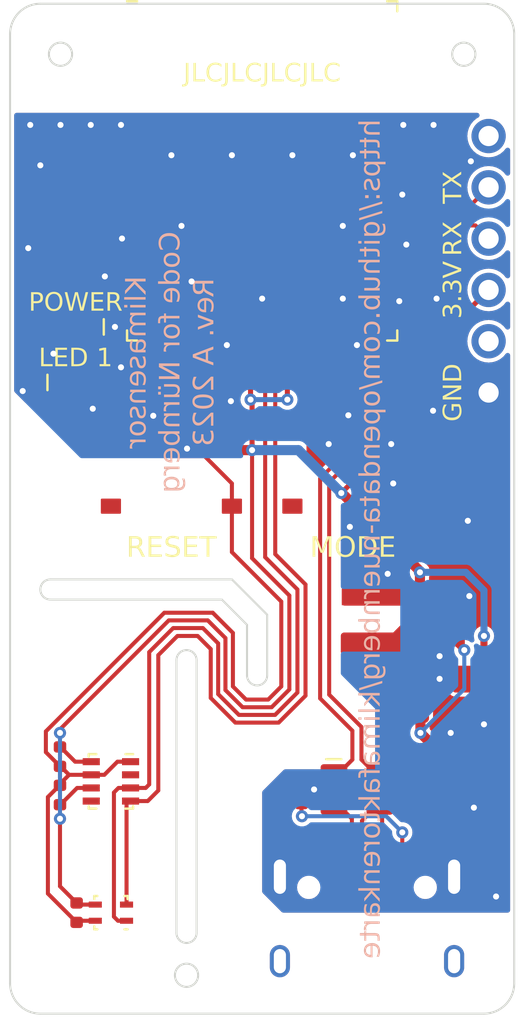
<source format=kicad_pcb>
(kicad_pcb (version 20221018) (generator pcbnew)
  (layers (0 "F.Cu" signal) (31 "B.Cu" signal) (34 "B.Paste" user) (35 "F.Paste" user) (36 "B.SilkS" user "B.Silkscreen") (37 "F.SilkS" user "F.Silkscreen") (38 "B.Mask" user) (39 "F.Mask" user) (44 "Edge.Cuts" user))
  (net 0 "")
  (net 2 "GND")
  (net 5 "/CC1")
  (net 9 "/CC2")
  (net 13 "Net-(D2-A)")
  (net 24 "I^{2}C_SDA")
  (net 25 "I^{2}C_SCL")
  (net 26 "+3.3V")
  (net 27 "USB_D-")
  (net 28 "USB_D+")
  (net 29 "UART1_RX")
  (net 30 "UART1_TX")
  (net 31 "Net-(U2-SW)")
  (net 32 "Net-(U2-FB)")
  (net 33 "/IO2")
  (net 34 "/IO8")
  (net 35 "/IO9")
  (net 36 "Net-(D1-A)")
  (net 37 "/D-")
  (net 38 "/D+")
  (net 39 "LED")
  (net 40 "/EN")
  (net 41 "VBUS")
  (net 42 "IO1")
  (net 43 "IO4")
  (net 44 "IO7")
  (net 48 "Net-(J1-Pin_3)")
  (footprint "Franz-Lib:C_0603_1608Metric_NoSilk" (layer "F.Cu") (at 154.6 124.13)
    (fp_text reference "C2" hide)
    (fp_text value "4.7µF" hide)
  )
  (footprint "Franz-Lib:R_0402_1005Metric_NoSilk" (layer "F.Cu") (at 157 121.5725 -90)
    (fp_text reference "R1" hide)
    (fp_text value "453kΩ" hide)
  )
  (footprint "Franz-Lib:C_0402_1005Metric_NoSilk" (layer "F.Cu") (at 138.3 97.15 90)
    (fp_text reference "C4" hide)
    (fp_text value "100nF" hide)
  )
  (footprint "Franz-Lib:LED_0603_1608Metric_SmallSilk" (layer "F.Cu") (at 136.75 105 180)
    (fp_text reference "D1" hide)
    (fp_text value "Red" hide)
  )
  (footprint "Franz-Lib:R_0402_1005Metric_NoSilk" (layer "F.Cu") (at 147 128.1 90)
    (fp_text reference "R4" hide)
    (fp_text value "5.1kΩ" hide)
  )
  (footprint "Franz-Lib:R_0402_1005Metric_NoSilk" (layer "F.Cu") (at 136.4 101.1 -90)
    (fp_text reference "R12" hide)
    (fp_text value "1kΩ" hide)
  )
  (footprint "Franz-Lib:LED_0603_1608Metric_SmallSilk" (layer "F.Cu") (at 136.75 107.75)
    (fp_text reference "D2" hide)
    (fp_text value "Emerald" hide)
  )
  (footprint "Franz-Lib:C_0402_1005Metric_NoSilk" (layer "F.Cu") (at 138.3 101.1 90)
    (fp_text reference "C6" hide)
    (fp_text value "100nF" hide)
  )
  (footprint "Franz-Lib:R_0402_1005Metric_NoSilk" (layer "F.Cu") (at 148.4 107.3 90)
    (fp_text reference "R6" hide)
    (fp_text value "10kΩ" hide)
  )
  (footprint "Franz-Lib:C_0402_1005Metric_NoSilk" (layer "F.Cu") (at 135.975 126.275 -90)
    (fp_text reference "C7" hide)
    (fp_text value "100nF" hide)
  )
  (footprint "Franz-Lib:SOT-23-6_NoSilk" (layer "F.Cu") (at 150.7 127.9)
    (fp_text reference "U3" hide)
    (fp_text value "SRV05-4" hide)
  )
  (footprint "Franz-Lib:R_0402_1005Metric_NoSilk" (layer "F.Cu") (at 137.8 99.175)
    (fp_text reference "R5" hide)
    (fp_text value "10kΩ" hide)
  )
  (footprint "Franz-Lib:DPS310" (layer "F.Cu") (at 138.5 127.5 180)
    (fp_text reference "DPS1" hide)
    (fp_text value "DPS310" hide)
  )
  (footprint "Franz-Lib:C_0603_1608Metric_NoSilk" (layer "F.Cu") (at 154.6 118.33)
    (fp_text reference "C1" hide)
    (fp_text value "10µF" hide)
  )
  (footprint "Franz-Lib:R_0402_1005Metric_NoSilk" (layer "F.Cu") (at 154.15 107.3 -90)
    (fp_text reference "R11" hide)
    (fp_text value "0Ω" hide)
  )
  (footprint "Franz-Lib:ESP32-PICO-MINI-02-N8R2" (layer "F.Cu") (at 146 99.975)
    (fp_text reference "U1" hide)
    (fp_text value "ESP32-C3-MINI-1-N4" hide)
  )
  (footprint "Franz-Lib:R_0402_1005Metric_NoSilk" (layer "F.Cu") (at 147.25 107.3 90)
    (fp_text reference "R9" hide)
    (fp_text value "4.7kΩ" hide)
  )
  (footprint "Franz-Lib:C_0402_1005Metric_NoSilk" (layer "F.Cu") (at 135.975 128.175 90)
    (fp_text reference "C8" hide)
    (fp_text value "100nF" hide)
  )
  (footprint "Franz-Lib:TestPoint_Pad_D1.0mm_NoSIlk" (layer "F.Cu") (at 143.95 107.3 90)
    (fp_text reference "TP3" hide)
    (fp_text value "IO4" hide)
  )
  (footprint "Franz-Lib:TestPoint_Pad_D1.0mm_NoSIlk" (layer "F.Cu") (at 142 107.3)
    (fp_text reference "TP2" hide)
    (fp_text value "IO1" hide)
  )
  (footprint "Franz-Lib:TS-1187A-B-A-B" (layer "F.Cu") (at 141.5 112 180)
    (fp_text reference "SW1" hide)
    (fp_text value "Reset" hide)
  )
  (footprint "Franz-Lib:R_0402_1005Metric_NoSilk" (layer "F.Cu") (at 137.35 101.1 -90)
    (fp_text reference "R7" hide)
    (fp_text value "10kΩ" hide)
  )
  (footprint "Franz-Lib:R_0402_1005Metric_NoSilk" (layer "F.Cu") (at 145.45 107.3 90)
    (fp_text reference "R8" hide)
    (fp_text value "4.7kΩ" hide)
  )
  (footprint "Franz-Lib:R_0402_1005Metric_NoSilk" (layer "F.Cu") (at 155.4 111.11 -90)
    (fp_text reference "R15" hide)
    (fp_text value "0Ω" hide)
  )
  (footprint "Franz-Lib:C_0603_1608Metric_NoSilk" (layer "F.Cu") (at 155.35 128 -90)
    (fp_text reference "C10" hide)
    (fp_text value "4.7µF" hide)
  )
  (footprint "Franz-Lib:USB_C_Receptacle_C313131_TYPE-C-31-M-12" (layer "F.Cu") (at 151.2 135.35)
    (fp_text reference "J2" hide)
    (fp_text value "USB_C_Receptacle_USB2.0_C393939" hide)
  )
  (footprint "Franz-Lib:C_0402_1005Metric_NoSilk" (layer "F.Cu") (at 136.8 134 -90)
    (fp_text reference "C3" hide)
    (fp_text value "100nF" hide)
  )
  (footprint "Franz-Lib:C_0603_1608Metric_NoSilk" (layer "F.Cu") (at 137.1 97.15 90)
    (fp_text reference "C5" hide)
    (fp_text value "10µF" hide)
  )
  (footprint "Franz-Lib:R_0402_1005Metric_NoSilk" (layer "F.Cu") (at 149.35 107.3 90)
    (fp_text reference "R14" hide)
    (fp_text value "10kΩ" hide)
  )
  (footprint "Franz-Lib:R_0402_1005Metric_NoSilk" (layer "F.Cu") (at 140.3 107.3 -90)
    (fp_text reference "R13" hide)
    (fp_text value "1kΩ" hide)
  )
  (footprint "Franz-Lib:R_0402_1005Metric_NoSilk" (layer "F.Cu") (at 157 123.4625 -90)
    (fp_text reference "R2" hide)
    (fp_text value "100kΩ" hide)
  )
  (footprint "Franz-Lib:R_0402_1005Metric_NoSilk" (layer "F.Cu") (at 153.15 107.3 -90)
    (fp_text reference "R10" hide)
    (fp_text value "0Ω" hide)
  )
  (footprint "Franz-Lib:R_0402_1005Metric_NoSilk" (layer "F.Cu") (at 147.95 128.1 90)
    (fp_text reference "R3" hide)
    (fp_text value "5.1kΩ" hide)
  )
  (footprint "Franz-Lib:L_FNR3015S" (layer "F.Cu") (at 151.3 119.53 90)
    (fp_text reference "L1" hide)
    (fp_text value "2.2µH" hide)
  )
  (footprint "Franz-Lib:PinHeader_1x06_P2.54mm_NoSilk_No3D" (layer "F.Cu") (at 157.23 108.25 180)
    (fp_text reference "J1" hide)
    (fp_text value "UART0" hide)
  )
  (footprint "Franz-Lib:SOT-23-5_NoSilk" (layer "F.Cu") (at 154.8 121.3 -90)
    (fp_text reference "U2" hide)
    (fp_text value "TLV62568DBV" hide)
  )
  (footprint "Franz-Lib:Sensirion_SHT4x" (layer "F.Cu") (at 138.5 134 180)
    (fp_text reference "SHT4x_1" hide)
    (fp_text value "SHT4x" hide)
  )
  (footprint "Franz-Lib:C_0402_1005Metric_NoSilk" (layer "F.Cu") (at 154.1 128.35 -90)
    (fp_text reference "C11" hide)
    (fp_text value "100nF" hide)
  )
  (footprint "Franz-Lib:C_0402_1005Metric_NoSilk" (layer "F.Cu") (at 150.6 107.3 -90)
    (fp_text reference "C9" hide)
    (fp_text value "100nF" hide)
  )
  (footprint "Franz-Lib:TS-1187A-B-A-B" (layer "F.Cu") (at 150.5 112 180)
    (fp_text reference "SW2" hide)
    (fp_text value "Mode" hide)
  )
  (gr_circle (center 142.25 137.1) (end 142.826 137.1) (stroke (width 0.1)) (fill none) (layer "Edge.Cuts"))
  (gr_arc (start 158.5 137.5) (mid 158.06066 138.56066) (end 157 139) (stroke (width 0.1)) (layer "Edge.Cuts"))
  (gr_line (start 145.25 119.75) (end 144 118.5) (stroke (width 0.1)) (layer "Edge.Cuts"))
  (gr_line (start 158.5 137.5) (end 158.5 90.5) (stroke (width 0.1)) (layer "Edge.Cuts"))
  (gr_arc (start 133.5 90.5) (mid 133.93934 89.43934) (end 135 89) (stroke (width 0.1)) (layer "Edge.Cuts"))
  (gr_arc (start 142.75 135) (mid 142.25 135.5) (end 141.75 135) (stroke (width 0.1)) (layer "Edge.Cuts"))
  (gr_arc (start 135 139) (mid 133.93934 138.56066) (end 133.5 137.5) (stroke (width 0.1)) (layer "Edge.Cuts"))
  (gr_arc (start 135.5 118.5) (mid 135 118) (end 135.5 117.5) (stroke (width 0.1)) (layer "Edge.Cuts"))
  (gr_circle (center 136 91.5) (end 136.576 91.5) (stroke (width 0.1)) (fill none) (layer "Edge.Cuts"))
  (gr_line (start 142.75 121.5) (end 142.75 135) (stroke (width 0.1)) (layer "Edge.Cuts"))
  (gr_line (start 133.5 90.5) (end 133.5 137.5) (stroke (width 0.1)) (layer "Edge.Cuts"))
  (gr_line (start 144 118.5) (end 135.5 118.5) (stroke (width 0.1)) (layer "Edge.Cuts"))
  (gr_arc (start 141.75 121.5) (mid 142.25 121) (end 142.75 121.5) (stroke (width 0.1)) (layer "Edge.Cuts"))
  (gr_arc (start 146.25 122.25) (mid 145.75 122.75) (end 145.25 122.25) (stroke (width 0.1)) (layer "Edge.Cuts"))
  (gr_circle (center 156 91.5) (end 156.576 91.5) (stroke (width 0.1)) (fill none) (layer "Edge.Cuts"))
  (gr_line (start 144.5 117.5) (end 146.25 119.25) (stroke (width 0.1)) (layer "Edge.Cuts"))
  (gr_line (start 146.25 119.25) (end 146.25 122.25) (stroke (width 0.1)) (layer "Edge.Cuts"))
  (gr_line (start 135 139) (end 157 139) (stroke (width 0.1)) (layer "Edge.Cuts"))
  (gr_line (start 141.75 121.5) (end 141.75 135) (stroke (width 0.1)) (layer "Edge.Cuts"))
  (gr_arc (start 157 89) (mid 158.06066 89.43934) (end 158.5 90.5) (stroke (width 0.1)) (layer "Edge.Cuts"))
  (gr_line (start 144.5 117.5) (end 135.5 117.5) (stroke (width 0.1)) (layer "Edge.Cuts"))
  (gr_line (start 157 89) (end 135 89) (stroke (width 0.1)) (layer "Edge.Cuts"))
  (gr_line (start 145.25 122.25) (end 145.25 119.75) (stroke (width 0.1)) (layer "Edge.Cuts"))
  (gr_text "https://github.com/opendata-nuernberg/klimafaktorenkarte" (at 152 115.5 90) (layer "B.SilkS") (effects (font (size 1 1)) (justify bottom mirror)))
  (gr_text "Klimasensor\nCode for Nürnberg\nRev. A 2023" (at 143.75 106.75 90) (layer "B.SilkS") (effects (font (size 1 1)) (justify bottom mirror)))
  (gr_text "TX" (at 156.025 98.09 90) (layer "F.SilkS") (effects (font (size 0.9 0.9)) (justify bottom)))
  (gr_text "RX" (at 156.025 100.63 90) (layer "F.SilkS") (effects (font (size 0.9 0.9)) (justify bottom)))
  (gr_text "RESET" (at 141.5 116.55) (layer "F.SilkS") (effects (font (size 1 1)) (justify bottom)))
  (gr_text "LED 1" (at 136.75 107.1) (layer "F.SilkS") (effects (font (size 0.9 0.9)) (justify bottom)))
  (gr_text "GND" (at 156.025 108.25 90) (layer "F.SilkS") (effects (font (size 0.9 0.9)) (justify bottom)))
  (gr_text "POWER" (at 136.75 104.35) (layer "F.SilkS") (effects (font (size 0.9 0.9)) (justify bottom)))
  (gr_text "3.3V" (at 156.025 103.17 90) (layer "F.SilkS") (effects (font (size 0.9 0.9)) (justify bottom)))
  (gr_text "MODE" (at 150.5 116.55) (layer "F.SilkS") (effects (font (size 1 1)) (justify bottom)))
  (gr_text "JLCJLCJLCJLC" (at 146 93) (layer "F.SilkS") (effects (font (size 0.9 0.9)) (justify bottom)))
  (segment (start 138.175 127.175) (end 137.525 127.175) (width 0.2) (layer "F.Cu") (net 2))
  (segment (start 144.55 120.15) (end 144.55 122.8) (width 0.2) (layer "F.Cu") (net 2))
  (segment (start 137.525 127.175) (end 136.425 127.175) (width 0.2) (layer "F.Cu") (net 2))
  (segment (start 136.425 127.175) (end 136.005 126.755) (width 0.2) (layer "F.Cu") (net 2))
  (segment (start 146.95 122.8) (end 146.95 118.6) (width 0.2) (layer "F.Cu") (net 2))
  (segment (start 135.975 126.755) (end 135.275 126.055) (width 0.2) (layer "F.Cu") (net 2))
  (segment (start 138.825 126.525) (end 138.175 127.175) (width 0.2) (layer "F.Cu") (net 2))
  (segment (start 146.3 123.45) (end 146.95 122.8) (width 0.2) (layer "F.Cu") (net 2))
  (segment (start 135.975 127.625) (end 136.425 127.175) (width 0.2) (layer "F.Cu") (net 2))
  (segment (start 135.275 125.025) (end 141.15 119.15) (width 0.2) (layer "F.Cu") (net 2))
  (segment (start 144.55 122.8) (end 145.2 123.45) (width 0.2) (layer "F.Cu") (net 2))
  (segment (start 136.88 134.4) (end 136.8 134.48) (width 0.2) (layer "F.Cu") (net 2))
  (segment (start 136.005 126.755) (end 135.975 126.755) (width 0.2) (layer "F.Cu") (net 2))
  (segment (start 135.975 127.695) (end 135.975 127.625) (width 0.2) (layer "F.Cu") (net 2))
  (segment (start 135.975 126.755) (end 135.975 127.695) (width 0.2) (layer "F.Cu") (net 2))
  (segment (start 144.5 116.15) (end 144.5 113.875) (width 0.2) (layer "F.Cu") (net 2))
  (segment (start 146.95 118.6) (end 144.5 116.15) (width 0.2) (layer "F.Cu") (net 2))
  (segment (start 142.775 111.025) (end 142.275 111.025) (width 0.2) (layer "F.Cu") (net 2))
  (segment (start 143.55 119.15) (end 144.55 120.15) (width 0.2) (layer "F.Cu") (net 2))
  (segment (start 137.725 134.4) (end 136.88 134.4) (width 0.2) (layer "F.Cu") (net 2))
  (segment (start 141.15 119.15) (end 143.55 119.15) (width 0.2) (layer "F.Cu") (net 2))
  (segment (start 135.955 127.695) (end 135.975 127.695) (width 0.2) (layer "F.Cu") (net 2))
  (segment (start 144.5 113.875) (end 144.5 112.75) (width 0.2) (layer "F.Cu") (net 2))
  (segment (start 135.975 127.695) (end 135.905 127.695) (width 0.2) (layer "F.Cu") (net 2))
  (segment (start 136.8 134.48) (end 135.375 133.055) (width 0.2) (layer "F.Cu") (net 2))
  (segment (start 145.2 123.45) (end 146.3 123.45) (width 0.2) (layer "F.Cu") (net 2))
  (segment (start 135.375 128.275) (end 135.955 127.695) (width 0.2) (layer "F.Cu") (net 2))
  (segment (start 135.375 133.055) (end 135.375 128.275) (width 0.2) (layer "F.Cu") (net 2))
  (segment (start 135.275 126.055) (end 135.275 125.025) (width 0.2) (layer "F.Cu") (net 2))
  (segment (start 144.5 112.75) (end 142.775 111.025) (width 0.2) (layer "F.Cu") (net 2))
  (segment (start 139.475 126.525) (end 138.825 126.525) (width 0.2) (layer "F.Cu") (net 2))
  (via (at 142.5 102.75) (size 0.6) (drill 0.3) (layers "F.Cu" "B.Cu") (net 2))
  (via (at 157.6 133.2) (size 0.6) (drill 0.3) (layers "F.Cu" "B.Cu") (net 2))
  (via (at 156.5 128.8) (size 0.6) (drill 0.3) (layers "F.Cu" "B.Cu") (net 2))
  (via (at 152.225 117.225) (size 0.6) (drill 0.3) (layers "F.Cu" "B.Cu") (net 2))
  (via (at 139 95) (size 0.6) (drill 0.3) (layers "F.Cu" "B.Cu") (net 2))
  (via (at 152.4 110.8) (size 0.6) (drill 0.3) (layers "F.Cu" "B.Cu") (net 2))
  (via (at 144.45 108.675) (size 0.6) (drill 0.3) (layers "F.Cu" "B.Cu") (net 2))
  (via (at 152.95 98.45) (size 0.6) (drill 0.3) (layers "F.Cu" "B.Cu") (net 2))
  (via (at 154.5 95) (size 0.6) (drill 0.3) (layers "F.Cu" "B.Cu") (net 2))
  (via (at 156.275 118.325) (size 0.6) (drill 0.3) (layers "F.Cu" "B.Cu") (net 2))
  (via (at 153 95) (size 0.6) (drill 0.3) (layers "F.Cu" "B.Cu") (net 2))
  (via (at 150.7 105.9) (size 0.6) (drill 0.3) (layers "F.Cu" "B.Cu") (net 2))
  (via (at 140.6 109.4) (size 0.6) (drill 0.3) (layers "F.Cu" "B.Cu") (net 2))
  (via (at 144.5 96.5) (size 0.6) (drill 0.3) (layers "F.Cu" "B.Cu") (net 2))
  (via (at 148.575 127.9) (size 0.6) (drill 0.3) (layers "F.Cu" "B.Cu") (net 2))
  (via (at 138.2 102.5) (size 0.6) (drill 0.3) (layers "F.Cu" "B.Cu") (net 2))
  (via (at 142.275 111.025) (size 0.6) (drill 0.3) (layers "F.Cu" "B.Cu") (net 2))
  (via (at 150.5 96.5) (size 0.6) (drill 0.3) (layers "F.Cu" "B.Cu") (net 2))
  (via (at 155.35 125.1) (size 0.6) (drill 0.3) (layers "F.Cu" "B.Cu") (net 2))
  (via (at 141.5 96.5) (size 0.6) (drill 0.3) (layers "F.Cu" "B.Cu") (net 2))
  (via (at 154.475 109.15) (size 0.6) (drill 0.3) (layers "F.Cu" "B.Cu") (net 2))
  (via (at 150.35 114.9) (size 0.6) (drill 0.3) (layers "F.Cu" "B.Cu") (net 2))
  (via (at 134.125 108.175) (size 0.6) (drill 0.3) (layers "F.Cu" "B.Cu") (net 2))
  (via (at 135 97) (size 0.6) (drill 0.3) (layers "F.Cu" "B.Cu") (net 2))
  (via (at 154.65 103.6) (size 0.6) (drill 0.3) (layers "F.Cu" "B.Cu") (net 2))
  (via (at 134.4 101.1) (size 0.6) (drill 0.3) (layers "F.Cu" "B.Cu") (net 2))
  (via (at 134.5 95) (size 0.6) (drill 0.3) (layers "F.Cu" "B.Cu") (net 2))
  (via (at 135.65 106.325) (size 0.6) (drill 0.3) (layers "F.Cu" "B.Cu") (net 2))
  (via (at 139.05 100.625) (size 0.6) (drill 0.3) (layers "F.Cu" "B.Cu") (net 2))
  (via (at 154.8 122.425) (size 0.6) (drill 0.3) (layers "F.Cu" "B.Cu") (net 2))
  (via (at 142 100) (size 0.6) (drill 0.3) (layers "F.Cu" "B.Cu") (net 2))
  (via (at 150 100) (size 0.6) (drill 0.3) (layers "F.Cu" "B.Cu") (net 2))
  (via (at 147.5 96.5) (size 0.6) (drill 0.3) (layers "F.Cu" "B.Cu") (net 2))
  (via (at 136 95) (size 0.6) (drill 0.3) (layers "F.Cu" "B.Cu") (net 2))
  (via (at 154.8 121.3) (size 0.6) (drill 0.3) (layers "F.Cu" "B.Cu") (net 2))
  (via (at 157 124.675) (size 0.6) (drill 0.3) (layers "F.Cu" "B.Cu") (net 2))
  (via (at 152.5 112.75) (size 0.6) (drill 0.3) (layers "F.Cu" "B.Cu") (net 2))
  (via (at 156.35 96.8) (size 0.6) (drill 0.3) (layers "F.Cu" "B.Cu") (net 2))
  (via (at 144.25 105.9) (size 0.6) (drill 0.3) (layers "F.Cu" "B.Cu") (net 2))
  (via (at 149.3 110.8) (size 0.6) (drill 0.3) (layers "F.Cu" "B.Cu") (net 2))
  (via (at 137.6 109.05) (size 0.6) (drill 0.3) (layers "F.Cu" "B.Cu") (net 2))
  (via (at 153.15 100.925) (size 0.6) (drill 0.3) (layers "F.Cu" "B.Cu") (net 2))
  (via (at 139 107) (size 0.6) (drill 0.3) (layers "F.Cu" "B.Cu") (net 2))
  (via (at 150.275 109.375) (size 0.6) (drill 0.3) (layers "F.Cu" "B.Cu") (net 2))
  (via (at 150 103.6) (size 0.6) (drill 0.3) (layers "F.Cu" "B.Cu") (net 2))
  (via (at 138.7 105) (size 0.6) (drill 0.3) (layers "F.Cu" "B.Cu") (net 2))
  (via (at 152.8 103.725) (size 0.6) (drill 0.3) (layers "F.Cu" "B.Cu") (net 2))
  (via (at 146 103.6) (size 0.6) (drill 0.3) (layers "F.Cu" "B.Cu") (net 2))
  (via (at 137.5 95) (size 0.6) (drill 0.3) (layers "F.Cu" "B.Cu") (net 2))
  (via (at 156.2 114.6) (size 0.6) (drill 0.3) (layers "F.Cu" "B.Cu") (net 2))
  (segment (start 149.47 129.85) (end 147.75 129.85) (width 0.2) (layer "F.Cu") (net 5))
  (segment (start 149.95 130.33) (end 149.47 129.85) (width 0.2) (layer "F.Cu") (net 5))
  (segment (start 147.75 129.85) (end 147 129.1) (width 0.2) (layer "F.Cu") (net 5))
  (segment (start 149.95 131.305) (end 149.95 130.33) (width 0.2) (layer "F.Cu") (net 5))
  (segment (start 147 129.1) (end 147 128.61) (width 0.2) (layer "F.Cu") (net 5))
  (segment (start 147.95 129.202178) (end 147.974161 129.226339) (width 0.2) (layer "F.Cu") (net 9))
  (segment (start 147.95 128.61) (end 147.95 129.202178) (width 0.2) (layer "F.Cu") (net 9))
  (segment (start 152.95 130.025) (end 152.95 131.305) (width 0.2) (layer "F.Cu") (net 9))
  (via (at 147.974161 129.226339) (size 0.6) (drill 0.3) (layers "F.Cu" "B.Cu") (net 9))
  (via (at 152.95 130.025) (size 0.6) (drill 0.3) (layers "F.Cu" "B.Cu") (net 9))
  (segment (start 152.151339 129.226339) (end 152.95 130.025) (width 0.2) (layer "B.Cu") (net 9))
  (segment (start 147.974161 129.226339) (end 152.151339 129.226339) (width 0.2) (layer "B.Cu") (net 9))
  (segment (start 137.5375 107.75) (end 140.24 107.75) (width 0.2) (layer "F.Cu") (net 13))
  (segment (start 140.24 107.75) (end 140.3 107.81) (width 0.2) (layer "F.Cu") (net 13))
  (segment (start 138.65 134.2) (end 138.85 134.4) (width 0.2) (layer "F.Cu") (net 24))
  (segment (start 145.45 106.79) (end 146.8 105.44) (width 0.2) (layer "F.Cu") (net 24))
  (segment (start 143.82 120.67) (end 143.06 119.91) (width 0.2) (layer "F.Cu") (net 24))
  (segment (start 141.59 119.91) (end 140.4 121.1) (width 0.2) (layer "F.Cu") (net 24))
  (segment (start 144.85 124.21) (end 143.82 123.18) (width 0.2) (layer "F.Cu") (net 24))
  (segment (start 146.15 116.4) (end 147.75 118) (width 0.2) (layer "F.Cu") (net 24))
  (segment (start 147.75 118) (end 147.75 123.1) (width 0.2) (layer "F.Cu") (net 24))
  (segment (start 146.8 105.44) (end 146.8 104.875) (width 0.2) (layer "F.Cu") (net 24))
  (segment (start 143.06 119.91) (end 141.59 119.91) (width 0.2) (layer "F.Cu") (net 24))
  (segment (start 140.4 127.65) (end 140.225 127.825) (width 0.2) (layer "F.Cu") (net 24))
  (segment (start 146.64 124.21) (end 144.85 124.21) (width 0.2) (layer "F.Cu") (net 24))
  (segment (start 140.4 121.1) (end 140.4 127.65) (width 0.2) (layer "F.Cu") (net 24))
  (segment (start 143.82 123.18) (end 143.82 120.67) (width 0.2) (layer "F.Cu") (net 24))
  (segment (start 138.85 134.4) (end 139.275 134.4) (width 0.2) (layer "F.Cu") (net 24))
  (segment (start 138.65 128.05) (end 138.65 134.2) (width 0.2) (layer "F.Cu") (net 24))
  (segment (start 146.15 107.425) (end 146.15 116.4) (width 0.2) (layer "F.Cu") (net 24))
  (segment (start 139.475 127.825) (end 138.875 127.825) (width 0.2) (layer "F.Cu") (net 24))
  (segment (start 138.875 127.825) (end 138.65 128.05) (width 0.2) (layer "F.Cu") (net 24))
  (segment (start 140.225 127.825) (end 139.475 127.825) (width 0.2) (layer "F.Cu") (net 24))
  (segment (start 145.515 106.79) (end 146.15 107.425) (width 0.2) (layer "F.Cu") (net 24))
  (segment (start 147.75 123.1) (end 146.64 124.21) (width 0.2) (layer "F.Cu") (net 24))
  (segment (start 145.45 106.79) (end 145.515 106.79) (width 0.2) (layer "F.Cu") (net 24))
  (segment (start 140.85 127.95) (end 140.85 121.25) (width 0.2) (layer "F.Cu") (net 25))
  (segment (start 141.8 120.3) (end 142.8 120.3) (width 0.2) (layer "F.Cu") (net 25))
  (segment (start 147.6 106.44) (end 147.25 106.79) (width 0.2) (layer "F.Cu") (net 25))
  (segment (start 146.65 116.25) (end 146.65 107.39) (width 0.2) (layer "F.Cu") (net 25))
  (segment (start 140.85 121.25) (end 141.8 120.3) (width 0.2) (layer "F.Cu") (net 25))
  (segment (start 146.82 124.59) (end 148.15 123.26) (width 0.2) (layer "F.Cu") (net 25))
  (segment (start 146.65 107.39) (end 147.25 106.79) (width 0.2) (layer "F.Cu") (net 25))
  (segment (start 147.6 104.875) (end 147.6 106.44) (width 0.2) (layer "F.Cu") (net 25))
  (segment (start 140.325 128.475) (end 140.85 127.95) (width 0.2) (layer "F.Cu") (net 25))
  (segment (start 139.275 133.6) (end 139.275 128.575) (width 0.2) (layer "F.Cu") (net 25))
  (segment (start 143.45 120.95) (end 143.45 123.37) (width 0.2) (layer "F.Cu") (net 25))
  (segment (start 148.15 123.26) (end 148.15 117.75) (width 0.2) (layer "F.Cu") (net 25))
  (segment (start 144.67 124.59) (end 146.82 124.59) (width 0.2) (layer "F.Cu") (net 25))
  (segment (start 139.475 128.475) (end 140.325 128.475) (width 0.2) (layer "F.Cu") (net 25))
  (segment (start 143.45 123.37) (end 144.67 124.59) (width 0.2) (layer "F.Cu") (net 25))
  (segment (start 148.15 117.75) (end 146.65 116.25) (width 0.2) (layer "F.Cu") (net 25))
  (segment (start 142.8 120.3) (end 143.45 120.95) (width 0.2) (layer "F.Cu") (net 25))
  (segment (start 139.275 128.575) (end 139.35 128.5) (width 0.2) (layer "F.Cu") (net 25))
  (segment (start 134.9 104.3) (end 135.525 103.675) (width 0.5) (layer "F.Cu") (net 26))
  (segment (start 135.995 125.795) (end 135.975 125.795) (width 0.2) (layer "F.Cu") (net 26))
  (segment (start 136.725 126.525) (end 135.995 125.795) (width 0.2) (layer "F.Cu") (net 26))
  (segment (start 149.925 113.225) (end 149.957423 113.225) (width 0.5) (layer "F.Cu") (net 26))
  (segment (start 145.5 111.1) (end 143.65 111.1) (width 0.5) (layer "F.Cu") (net 26))
  (segment (start 147.35 122.95) (end 146.47 123.83) (width 0.2) (layer "F.Cu") (net 26))
  (segment (start 157 121.0625) (end 157 120.3) (width 0.35) (layer "F.Cu") (net 26))
  (segment (start 135.525 100.6) (end 135.525 99.5) (width 0.5) (layer "F.Cu") (net 26))
  (segment (start 135.975 132.695) (end 135.975 129.35) (width 0.2) (layer "F.Cu") (net 26))
  (segment (start 136.825 99.175) (end 136.4125 98.7625) (width 0.2) (layer "F.Cu") (net 26))
  (segment (start 136.825 127.825) (end 135.995 128.655) (width 0.2) (layer "F.Cu") (net 26))
  (segment (start 136.4 100.59) (end 137.35 100.59) (width 0.2) (layer "F.Cu") (net 26))
  (segment (start 136.4125 98.7625) (end 136.4125 98.6125) (width 0.2) (layer "F.Cu") (net 26))
  (segment (start 141.37 119.53) (end 135.975 124.925) (width 0.2) (layer "F.Cu") (net 26))
  (segment (start 137.29 99.175) (end 136.825 99.175) (width 0.2) (layer "F.Cu") (net 26))
  (segment (start 135.995 128.655) (end 135.975 128.655) (width 0.2) (layer "F.Cu") (net 26))
  (segment (start 135.525 99.5) (end 136.4125 98.6125) (width 0.5) (layer "F.Cu") (net 26))
  (segment (start 145.425 107.835) (end 145.45 107.81) (width 0.25) (layer "F.Cu") (net 26))
  (segment (start 145.5 108.675) (end 145.425 108.6) (width 0.25) (layer "F.Cu") (net 26))
  (segment (start 140.1 97.575) (end 138.355 97.575) (width 0.5) (layer "F.Cu") (net 26))
  (segment (start 137.725 133.6) (end 136.88 133.6) (width 0.2) (layer "F.Cu") (net 26))
  (segment (start 135.975 124.925) (end 135.975 125.1) (width 0.2) (layer "F.Cu") (net 26))
  (segment (start 153.825 117.092577) (end 153.825 117.15) (width 0.5) (layer "F.Cu") (net 26))
  (segment (start 138.005 97.925) (end 138.3 97.63) (width 0.5) (layer "F.Cu") (net 26))
  (segment (start 135.975 129.35) (end 135.975 128.655) (width 0.2) (layer "F.Cu") (net 26))
  (segment (start 144.18 122.98) (end 144.18 120.405) (width 0.2) (layer "F.Cu") (net 26))
  (segment (start 137.525 126.525) (end 136.725 126.525) (width 0.2) (layer "F.Cu") (net 26))
  (segment (start 142.675 110.125) (end 141.8 110.125) (width 0.5) (layer "F.Cu") (net 26))
  (segment (start 149.957423 113.225) (end 153.825 117.092577) (width 0.5) (layer "F.Cu") (net 26))
  (segment (start 144.18 120.405) (end 143.305 119.53) (width 0.2) (layer "F.Cu") (net 26))
  (segment (start 134.9 108.725) (end 134.9 104.3) (width 0.5) (layer "F.Cu") (net 26))
  (segment (start 135.525 103.675) (end 135.525 100.6) (width 0.5) (layer "F.Cu") (net 26))
  (segment (start 138.355 97.575) (end 138.3 97.63) (width 0.5) (layer "F.Cu") (net 26))
  (segment (start 149.2 107.81) (end 147.6 107.81) (width 0.2) (layer "F.Cu") (net 26))
  (segment (start 135.975 125.795) (end 135.975 125.1) (width 0.2) (layer "F.Cu") (net 26))
  (segment (start 137.1 97.925) (end 138.005 97.925) (width 0.5) (layer "F.Cu") (net 26))
  (segment (start 143.65 111.1) (end 142.675 110.125) (width 0.5) (layer "F.Cu") (net 26))
  (segment (start 135.535 100.59) (end 135.525 100.6) (width 0.2) (layer "F.Cu") (net 26))
  (segment (start 136.4 100.59) (end 135.535 100.59) (width 0.2) (layer "F.Cu") (net 26))
  (segment (start 137.275 111.1) (end 134.9 108.725) (width 0.5) (layer "F.Cu") (net 26))
  (segment (start 140.825 111.1) (end 137.275 111.1) (width 0.5) (layer "F.Cu") (net 26))
  (segment (start 137.29 98.115) (end 137.1 97.925) (width 0.2) (layer "F.Cu") (net 26))
  (segment (start 136.88 133.6) (end 136.8 133.52) (width 0.2) (layer "F.Cu") (net 26))
  (segment (start 145.03 123.83) (end 144.18 122.98) (width 0.2) (layer "F.Cu") (net 26))
  (segment (start 136.8 133.52) (end 135.975 132.695) (width 0.2) (layer "F.Cu") (net 26))
  (segment (start 146.47 123.83) (end 145.03 123.83) (width 0.2) (layer "F.Cu") (net 26))
  (segment (start 145.425 108.6) (end 145.425 107.835) (width 0.25) (layer "F.Cu") (net 26))
  (segment (start 143.305 119.53) (end 141.37 119.53) (width 0.2) (layer "F.Cu") (net 26))
  (segment (start 155.4 111.62) (end 151.53 111.62) (width 0.25) (layer "F.Cu") (net 26))
  (segment (start 145.5 111.1) (end 145.5 108.675) (width 0.25) (layer "F.Cu") (net 26))
  (segment (start 147.25 108.6) (end 147.25 107.81) (width 0.25) (layer "F.Cu") (net 26))
  (segment (start 153.825 118.33) (end 153.825 117.15) (width 0.5) (layer "F.Cu") (net 26))
  (segment (start 145.5 111.1) (end 145.5 116.45) (width 0.2) (layer "F.Cu") (net 26))
  (segment (start 136.4125 98.6125) (end 137.1 97.925) (width 0.5) (layer "F.Cu") (net 26))
  (segment (start 151.53 111.62) (end 149.925 113.225) (width 0.25) (layer "F.Cu") (net 26))
  (segment (start 137.525 127.825) (end 136.825 127.825) (width 0.2) (layer "F.Cu") (net 26))
  (segment (start 141.8 110.125) (end 140.825 111.1) (width 0.5) (layer "F.Cu") (net 26))
  (segment (start 145.5 116.45) (end 147.35 118.3) (width 0.2) (layer "F.Cu") (net 26))
  (segment (start 147.35 118.3) (end 147.35 122.95) (width 0.2) (layer "F.Cu") (net 26))
  (via (at 157 120.3) (size 0.6) (drill 0.3) (layers "F.Cu" "B.Cu") (net 26))
  (via (at 145.425 108.6) (size 0.6) (drill 0.3) (layers "F.Cu" "B.Cu") (net 26))
  (via (at 153.825 117.15) (size 0.6) (drill 0.3) (layers "F.Cu" "B.Cu") (net 26))
  (via (at 135.975 125.1) (size 0.6) (drill 0.3) (layers "F.Cu" "B.Cu") (net 26))
  (via (at 145.5 111.1) (size 0.6) (drill 0.3) (layers "F.Cu" "B.Cu") (net 26))
  (via (at 147.25 108.6) (size 0.6) (drill 0.3) (layers "F.Cu" "B.Cu") (net 26))
  (via (at 149.925 113.225) (size 0.6) (drill 0.3) (layers "F.Cu" "B.Cu") (net 26))
  (via (at 135.975 129.35) (size 0.6) (drill 0.3) (layers "F.Cu" "B.Cu") (net 26))
  (segment (start 149.925 113.225) (end 147.8 111.1) (width 0.5) (layer "B.Cu") (net 26))
  (segment (start 156.1 117.15) (end 157 118.05) (width 0.35) (layer "B.Cu") (net 26))
  (segment (start 153.825 117.15) (end 156.1 117.15) (width 0.35) (layer "B.Cu") (net 26))
  (segment (start 145.425 108.6) (end 147.25 108.6) (width 0.25) (layer "B.Cu") (net 26))
  (segment (start 135.975 125.1) (end 135.975 129.35) (width 0.2) (layer "B.Cu") (net 26))
  (segment (start 157 118.05) (end 157 120.3) (width 0.35) (layer "B.Cu") (net 26))
  (segment (start 147.8 111.1) (end 145.5 111.1) (width 0.5) (layer "B.Cu") (net 26))
  (segment (start 150.45 129.35) (end 150 128.9) (width 0.2) (layer "F.Cu") (net 27))
  (segment (start 150.45 132.28) (end 150.45 131.305) (width 0.2) (layer "F.Cu") (net 27))
  (segment (start 149.5625 126.95) (end 149.95 126.95) (width 0.2) (layer "F.Cu") (net 27))
  (segment (start 150.45 131.305) (end 150.45 129.35) (width 0.2) (layer "F.Cu") (net 27))
  (segment (start 150.5 127.5) (end 150.5 128.265552) (width 0.2) (layer "F.Cu") (net 27))
  (segment (start 149.915552 128.85) (end 149.5625 128.85) (width 0.2) (layer "F.Cu") (net 27))
  (segment (start 151.45 132.28) (end 151.38 132.35) (width 0.2) (layer "F.Cu") (net 27))
  (segment (start 148.875 123.3932) (end 150.475 124.9932) (width 0.2) (layer "F.Cu") (net 27))
  (segment (start 153.425 108.2568) (end 153.0068 108.675) (width 0.2) (layer "F.Cu") (net 27))
  (segment (start 153.15 107.81) (end 153.15 107.86) (width 0.2) (layer "F.Cu") (net 27))
  (segment (start 150 128.9) (end 149.7 128.9) (width 0.2) (layer "F.Cu") (net 27))
  (segment (start 153.15 107.86) (end 153.425 108.135) (width 0.2) (layer "F.Cu") (net 27))
  (segment (start 148.875 112.5068) (end 148.875 123.3932) (width 0.2) (layer "F.Cu") (net 27))
  (segment (start 151.45 131.305) (end 151.45 132.28) (width 0.2) (layer "F.Cu") (net 27))
  (segment (start 153.0068 108.675) (end 152.7068 108.675) (width 0.2) (layer "F.Cu") (net 27))
  (segment (start 150.5 128.265552) (end 149.915552 128.85) (width 0.2) (layer "F.Cu") (net 27))
  (segment (start 151.38 132.35) (end 150.52 132.35) (width 0.2) (layer "F.Cu") (net 27))
  (segment (start 150.475 124.9932) (end 150.475 126.425) (width 0.2) (layer "F.Cu") (net 27))
  (segment (start 149.95 126.95) (end 150.5 127.5) (width 0.2) (layer "F.Cu") (net 27))
  (segment (start 152.7068 108.675) (end 148.875 112.5068) (width 0.2) (layer "F.Cu") (net 27))
  (segment (start 150.475 126.425) (end 149.95 126.95) (width 0.2) (layer "F.Cu") (net 27))
  (segment (start 153.425 108.135) (end 153.425 108.2568) (width 0.2) (layer "F.Cu") (net 27))
  (segment (start 150.52 132.35) (end 150.45 132.28) (width 0.2) (layer "F.Cu") (net 27))
  (segment (start 150.925 126.425) (end 151.45 126.95) (width 0.2) (layer "F.Cu") (net 28))
  (segment (start 151.475 128.85) (end 151.8375 128.85) (width 0.2) (layer "F.Cu") (net 28))
  (segment (start 150.925 124.8068) (end 150.925 126.425) (width 0.2) (layer "F.Cu") (net 28))
  (segment (start 153.875 108.4432) (end 153.1932 109.125) (width 0.2) (layer "F.Cu") (net 28))
  (segment (start 149.325 112.6932) (end 149.325 123.2068) (width 0.2) (layer "F.Cu") (net 28))
  (segment (start 150.95 129.45) (end 150.95 131.305) (width 0.2) (layer "F.Cu") (net 28))
  (segment (start 151.95 128.9625) (end 151.8375 128.85) (width 0.2) (layer "F.Cu") (net 28))
  (segment (start 151.8375 128.85) (end 151.55 128.85) (width 0.2) (layer "F.Cu") (net 28))
  (segment (start 152.8932 109.125) (end 149.325 112.6932) (width 0.2) (layer "F.Cu") (net 28))
  (segment (start 151.8375 126.95) (end 151.45 126.95) (width 0.2) (layer "F.Cu") (net 28))
  (segment (start 154.15 107.86) (end 153.875 108.135) (width 0.2) (layer "F.Cu") (net 28))
  (segment (start 150.9 127.5) (end 150.9 128.275) (width 0.2) (layer "F.Cu") (net 28))
  (segment (start 153.875 108.135) (end 153.875 108.4432) (width 0.2) (layer "F.Cu") (net 28))
  (segment (start 151.55 128.85) (end 150.95 129.45) (width 0.2) (layer "F.Cu") (net 28))
  (segment (start 154.15 107.81) (end 154.15 107.86) (width 0.2) (layer "F.Cu") (net 28))
  (segment (start 151.95 131.305) (end 151.95 128.9625) (width 0.2) (layer "F.Cu") (net 28))
  (segment (start 150.9 128.275) (end 151.475 128.85) (width 0.2) (layer "F.Cu") (net 28))
  (segment (start 151.45 126.95) (end 150.9 127.5) (width 0.2) (layer "F.Cu") (net 28))
  (segment (start 149.325 123.2068) (end 150.925 124.8068) (width 0.2) (layer "F.Cu") (net 28))
  (segment (start 153.1932 109.125) (end 152.8932 109.125) (width 0.2) (layer "F.Cu") (net 28))
  (segment (start 156.575 99.975) (end 157.23 100.63) (width 0.2) (layer "F.Cu") (net 29))
  (segment (start 151.9 99.975) (end 156.575 99.975) (width 0.2) (layer "F.Cu") (net 29))
  (segment (start 151.9 99.175) (end 156.145 99.175) (width 0.2) (layer "F.Cu") (net 30))
  (segment (start 156.145 99.175) (end 157.23 98.09) (width 0.2) (layer "F.Cu") (net 30))
  (segment (start 138.31 99.175) (end 140.1 99.175) (width 0.2) (layer "F.Cu") (net 33))
  (segment (start 148.4 106.79) (end 148.2 106.79) (width 0.2) (layer "F.Cu") (net 34))
  (segment (start 149.2 104.875) (end 149.2 105.45) (width 0.2) (layer "F.Cu") (net 34))
  (segment (start 148.4 106.25) (end 148.4 106.79) (width 0.2) (layer "F.Cu") (net 34))
  (segment (start 149.2 105.45) (end 148.4 106.25) (width 0.2) (layer "F.Cu") (net 34))
  (segment (start 149.65 108.55) (end 149.975 108.225) (width 0.2) (layer "F.Cu") (net 35))
  (segment (start 149.35 106.79) (end 149.95 106.79) (width 0.2) (layer "F.Cu") (net 35))
  (segment (start 150.57 106.79) (end 150.6 106.82) (width 0.2) (layer "F.Cu") (net 35))
  (segment (start 147.5 109.35) (end 148.3 108.55) (width 0.2) (layer "F.Cu") (net 35))
  (segment (start 149.975 108.225) (end 149.975 106.815) (width 0.2) (layer "F.Cu") (net 35))
  (segment (start 150 104.875) (end 150 105.55) (width 0.2) (layer "F.Cu") (net 35))
  (segment (start 150 105.55) (end 149.35 106.2) (width 0.2) (layer "F.Cu") (net 35))
  (segment (start 149.975 106.815) (end 149.95 106.79) (width 0.2) (layer "F.Cu") (net 35))
  (segment (start 147.5 110.125) (end 147.5 109.35) (width 0.2) (layer "F.Cu") (net 35))
  (segment (start 148.3 108.55) (end 149.65 108.55) (width 0.2) (layer "F.Cu") (net 35))
  (segment (start 149.95 106.79) (end 150.57 106.79) (width 0.2) (layer "F.Cu") (net 35))
  (segment (start 149.35 106.2) (end 149.35 106.79) (width 0.2) (layer "F.Cu") (net 35))
  (segment (start 135.9625 105) (end 135.9625 104.4375) (width 0.2) (layer "F.Cu") (net 36))
  (segment (start 136.3 101.71) (end 136.4 101.61) (width 0.2) (layer "F.Cu") (net 36))
  (segment (start 136.3 104.1) (end 136.3 101.71) (width 0.2) (layer "F.Cu") (net 36))
  (segment (start 135.9625 104.4375) (end 136.3 104.1) (width 0.2) (layer "F.Cu") (net 36))
  (segment (start 153.425 106.034999) (end 153.15 106.309999) (width 0.2) (layer "F.Cu") (net 37))
  (segment (start 152.500001 103.175) (end 152.675001 103) (width 0.2) (layer "F.Cu") (net 37))
  (segment (start 153.0068 103) (end 153.425 103.4182) (width 0.2) (layer "F.Cu") (net 37))
  (segment (start 153.425 103.4182) (end 153.425 106.034999) (width 0.2) (layer "F.Cu") (net 37))
  (segment (start 153.15 106.309999) (end 153.15 106.79) (width 0.2) (layer "F.Cu") (net 37))
  (segment (start 151.9 103.175) (end 152.500001 103.175) (width 0.2) (layer "F.Cu") (net 37))
  (segment (start 152.675001 103) (end 153.0068 103) (width 0.2) (layer "F.Cu") (net 37))
  (segment (start 153.875 106.034999) (end 154.15 106.309999) (width 0.2) (layer "F.Cu") (net 38))
  (segment (start 151.9 102.375) (end 152.500001 102.375) (width 0.2) (layer "F.Cu") (net 38))
  (segment (start 153.875 103.2318) (end 153.875 106.034999) (width 0.2) (layer "F.Cu") (net 38))
  (segment (start 152.675001 102.55) (end 153.1932 102.55) (width 0.2) (layer "F.Cu") (net 38))
  (segment (start 154.15 106.309999) (end 154.15 106.79) (width 0.2) (layer "F.Cu") (net 38))
  (segment (start 152.500001 102.375) (end 152.675001 102.55) (width 0.2) (layer "F.Cu") (net 38))
  (segment (start 153.1932 102.55) (end 153.875 103.2318) (width 0.2) (layer "F.Cu") (net 38))
  (segment (start 140.3 106.79) (end 141.2 105.89) (width 0.2) (layer "F.Cu") (net 39))
  (segment (start 141.2 105.89) (end 141.2 104.875) (width 0.2) (layer "F.Cu") (net 39))
  (segment (start 138.5 110.125) (end 137.425 110.125) (width 0.2) (layer "F.Cu") (net 40))
  (segment (start 140.1 101.575) (end 137.385 101.575) (width 0.2) (layer "F.Cu") (net 40))
  (segment (start 136.75 102.21) (end 137.35 101.61) (width 0.2) (layer "F.Cu") (net 40))
  (segment (start 137.385 101.575) (end 137.35 101.61) (width 0.2) (layer "F.Cu") (net 40))
  (segment (start 136.75 109.45) (end 136.75 102.21) (width 0.2) (layer "F.Cu") (net 40))
  (segment (start 137.425 110.125) (end 136.75 109.45) (width 0.2) (layer "F.Cu") (net 40))
  (segment (start 153.85 124.105) (end 153.825 124.13) (width 0.5) (layer "F.Cu") (net 41))
  (segment (start 148.75 132.093984) (end 149.556016 132.9) (width 0.4) (layer "F.Cu") (net 41))
  (segment (start 155.75 120.725) (end 156.025 121) (width 0.35) (layer "F.Cu") (net 41))
  (segment (start 155.75 120.1625) (end 155.75 120.725) (width 0.35) (layer "F.Cu") (net 41))
  (segment (start 149.556016 132.9) (end 152.843984 132.9) (width 0.4) (layer "F.Cu") (net 41))
  (segment (start 148.75 131.305) (end 148.75 132.093984) (width 0.4) (layer "F.Cu") (net 41))
  (segment (start 153.65 132.093984) (end 153.65 131.305) (width 0.4) (layer "F.Cu") (net 41))
  (segment (start 153.85 124.155) (end 153.825 124.13) (width 0.5) (layer "F.Cu") (net 41))
  (segment (start 153.7 129.65) (end 153.1 129.05) (width 0.5) (layer "F.Cu") (net 41))
  (segment (start 153.65 131.305) (end 153.7 131.255) (width 0.5) (layer "F.Cu") (net 41))
  (segment (start 155.35 127.225) (end 155.35 126.6) (width 0.5) (layer "F.Cu") (net 41))
  (segment (start 152.843984 132.9) (end 153.65 132.093984) (width 0.4) (layer "F.Cu") (net 41))
  (segment (start 153.1 129.05) (end 153.1 128.025) (width 0.5) (layer "F.Cu") (net 41))
  (segment (start 153.85 125.1) (end 153.85 124.155) (width 0.5) (layer "F.Cu") (net 41))
  (segment (start 155.35 126.6) (end 153.85 125.1) (width 0.5) (layer "F.Cu") (net 41))
  (segment (start 153.85 122.4375) (end 153.85 124.105) (width 0.5) (layer "F.Cu") (net 41))
  (segment (start 153.7 131.255) (end 153.7 129.65) (width 0.5) (layer "F.Cu") (net 41))
  (via (at 156.025 121) (size 0.6) (drill 0.3) (layers "F.Cu" "B.Cu") (net 41))
  (via (at 153.85 125.1) (size 0.6) (drill 0.3) (layers "F.Cu" "B.Cu") (net 41))
  (segment (start 156.025 122.925) (end 153.85 125.1) (width 0.2) (layer "B.Cu") (net 41))
  (segment (start 156.025 121) (end 156.025 122.925) (width 0.2) (layer "B.Cu") (net 41))
  (segment (start 142 104.875) (end 142 107.3) (width 0.2) (layer "F.Cu") (net 42))
  (segment (start 146 105.5) (end 145.45 106.05) (width 0.2) (layer "F.Cu") (net 43))
  (segment (start 145.2 106.05) (end 143.95 107.3) (width 0.2) (layer "F.Cu") (net 43))
  (segment (start 145.45 106.05) (end 145.2 106.05) (width 0.2) (layer "F.Cu") (net 43))
  (segment (start 146 104.875) (end 146 105.5) (width 0.2) (layer "F.Cu") (net 43))
  (segment (start 155.4 110.6) (end 155.425 110.575) (width 0.25) (layer "F.Cu") (net 48))
  (segment (start 155.425 104.975) (end 157.23 103.17) (width 0.25) (layer "F.Cu") (net 48))
  (segment (start 155.425 110.575) (end 155.425 104.975) (width 0.25) (layer "F.Cu") (net 48))
  (zone (net 0) (net_name "") (layer "F.Cu") (connect_pads (clearance 0)) (min_thickness 0.25)
    (keepout (tracks allowed) (vias allowed) (pads allowed) (copperpour not_allowed) (footprints allowed))
    (fill (thermal_gap 0.5) (thermal_bridge_width 0.5))
    (polygon (pts (xy 149.75 119.925) (xy 149.75 118.8) (xy 149.85 118.8) (xy 149.85 119.925)))
  )
  (zone (net 32) (net_name "Net-(U2-FB)") (layer "F.Cu") (priority 2) (connect_pads yes (clearance 0)) (min_thickness 0.25) (fill yes (thermal_gap 0.5) (thermal_bridge_width 0.5))
    (polygon (pts (xy 157.325 121.775) (xy 157.325 123.1) (xy 155.45 123.1) (xy 155.45 121.775)))
  )
  (zone (net 31) (net_name "Net-(U2-SW)") (layer "F.Cu") (priority 5) (connect_pads yes (clearance 0.2)) (min_thickness 0.25) (fill yes (thermal_gap 0.5) (thermal_bridge_width 0.5))
    (polygon (pts (xy 149.9 121.13) (xy 149.9 120.23) (xy 150 120.13) (xy 152.5 120.13) (xy 153.2 119.43) (xy 154.1 119.43) (xy 154.2 119.53) (xy 154.2 121.03) (xy 154 121.23) (xy 150 121.23)))
  )
  (zone (net 41) (net_name "VBUS") (layer "F.Cu") (priority 3) (connect_pads yes (clearance 0)) (min_thickness 0.25) (fill yes (thermal_gap 0.5) (thermal_bridge_width 0.5))
    (polygon (pts (xy 151.375 128.2) (xy 151.375 127.6) (xy 154.275 127.6) (xy 154.95 126.925) (xy 155.725 126.925) (xy 155.825 127.325) (xy 155.825 128.15) (xy 153.925 128.15) (xy 153.875 128.2)))
  )
  (zone (net 0) (net_name "") (layer "F.Cu") (connect_pads (clearance 0)) (min_thickness 0.25)
    (keepout (tracks allowed) (vias allowed) (pads allowed) (copperpour not_allowed) (footprints allowed))
    (fill (thermal_gap 0.5) (thermal_bridge_width 0.5))
    (polygon (pts (xy 148.2 110.45) (xy 148.2 112.05) (xy 148.075 112.05) (xy 148.075 110.45)))
  )
  (zone (net 26) (net_name "+3.3V") (layer "F.Cu") (priority 1) (connect_pads yes (clearance 0)) (min_thickness 0.25) (fill yes (thermal_gap 0.5) (thermal_bridge_width 0.5))
    (polygon (pts (xy 149.95 118.8) (xy 154.25 118.8) (xy 154.25 117.85) (xy 149.95 117.85)))
  )
  (zone (net 2) (net_name "GND") (layers "F&B.Cu") (connect_pads yes (clearance 0.2)) (min_thickness 0.25) (fill yes (thermal_gap 0.5) (thermal_bridge_width 0.5))
    (polygon (pts (xy 158.6 89) (xy 133.4 89) (xy 133 107.5) (xy 137 111.5) (xy 148 111.5) (xy 149.9 113.4) (xy 149.9 122.2) (xy 151.6 123.9) (xy 151.6 126.9) (xy 147.1 126.9) (xy 146 128) (xy 146 133) (xy 147 134) (xy 158.5 134)))
  )
  (zone (net 0) (net_name "") (layers "F&B.Cu" "Edge.Cuts") (connect_pads (clearance 0)) (min_thickness 0.25)
    (keepout (tracks not_allowed) (vias not_allowed) (pads not_allowed) (copperpour not_allowed) (footprints not_allowed))
    (fill (thermal_gap 0.5) (thermal_bridge_width 0.5))
    (polygon (pts (xy 142.95 137.1) (xy 142.929659 136.932479) (xy 142.869819 136.774694) (xy 142.773958 136.635814) (xy 142.647645 136.523911) (xy 142.498223 136.445489) (xy 142.334376 136.405104) (xy 142.165624 136.405104) (xy 142.001777 136.445489) (xy 141.852355 136.523911) (xy 141.726042 136.635814) (xy 141.630181 136.774694) (xy 141.570341 136.932479) (xy 141.55 137.1) (xy 141.570341 137.267521) (xy 141.630181 137.425306) (xy 141.726042 137.564186) (xy 141.852355 137.676089) (xy 142.001777 137.754511) (xy 142.165624 137.794896) (xy 142.334376 137.794896) (xy 142.498223 137.754511) (xy 142.647645 137.676089) (xy 142.773958 137.564186) (xy 142.869819 137.425306) (xy 142.929659 137.267521)))
  )
  (zone (net 0) (net_name "") (layers "F&B.Cu" "Edge.Cuts") (connect_pads (clearance 0)) (min_thickness 0.25)
    (keepout (tracks not_allowed) (vias not_allowed) (pads not_allowed) (copperpour not_allowed) (footprints not_allowed))
    (fill (thermal_gap 0.5) (thermal_bridge_width 0.5))
    (polygon (pts (xy 136.7 91.5) (xy 136.679659 91.332479) (xy 136.619819 91.174694) (xy 136.523958 91.035814) (xy 136.397645 90.923911) (xy 136.248223 90.845489) (xy 136.084376 90.805104) (xy 135.915624 90.805104) (xy 135.751777 90.845489) (xy 135.602355 90.923911) (xy 135.476042 91.035814) (xy 135.380181 91.174694) (xy 135.320341 91.332479) (xy 135.3 91.5) (xy 135.320341 91.667521) (xy 135.380181 91.825306) (xy 135.476042 91.964186) (xy 135.602355 92.076089) (xy 135.751777 92.154511) (xy 135.915624 92.194896) (xy 136.084376 92.194896) (xy 136.248223 92.154511) (xy 136.397645 92.076089) (xy 136.523958 91.964186) (xy 136.619819 91.825306) (xy 136.679659 91.667521)))
  )
  (zone (net 0) (net_name "") (layers "F&B.Cu" "Edge.Cuts") (connect_pads (clearance 0)) (min_thickness 0.25)
    (keepout (tracks allowed) (vias allowed) (pads allowed) (copperpour not_allowed) (footprints allowed))
    (fill (thermal_gap 0.5) (thermal_bridge_width 0.5))
    (polygon (pts (xy 133.4 94.4) (xy 158.6 94.4) (xy 158.6 89) (xy 133.4 89)))
  )
  (zone (net 0) (net_name "") (layers "F&B.Cu" "Edge.Cuts") (connect_pads (clearance 0)) (min_thickness 0.25)
    (keepout (tracks not_allowed) (vias not_allowed) (pads not_allowed) (copperpour not_allowed) (footprints not_allowed))
    (fill (thermal_gap 0.5) (thermal_bridge_width 0.5))
    (polygon (pts (xy 156.7 91.5) (xy 156.679659 91.332479) (xy 156.619819 91.174694) (xy 156.523958 91.035814) (xy 156.397645 90.923911) (xy 156.248223 90.845489) (xy 156.084376 90.805104) (xy 155.915624 90.805104) (xy 155.751777 90.845489) (xy 155.602355 90.923911) (xy 155.476042 91.035814) (xy 155.380181 91.174694) (xy 155.320341 91.332479) (xy 155.3 91.5) (xy 155.320341 91.667521) (xy 155.380181 91.825306) (xy 155.476042 91.964186) (xy 155.602355 92.076089) (xy 155.751777 92.154511) (xy 155.915624 92.194896) (xy 156.084376 92.194896) (xy 156.248223 92.154511) (xy 156.397645 92.076089) (xy 156.523958 91.964186) (xy 156.619819 91.825306) (xy 156.679659 91.667521)))
  )
  (zone (net 0) (net_name "") (layer "B.Cu") (connect_pads (clearance 0)) (min_thickness 0.25)
    (keepout (tracks allowed) (vias allowed) (pads allowed) (copperpour not_allowed) (footprints allowed))
    (fill (thermal_gap 0.5) (thermal_bridge_width 0.5))
    (polygon (pts (xy 149.75 121.075) (xy 152.85 121.075) (xy 152.85 117.975) (xy 149.75 117.975)))
  )
)
</source>
